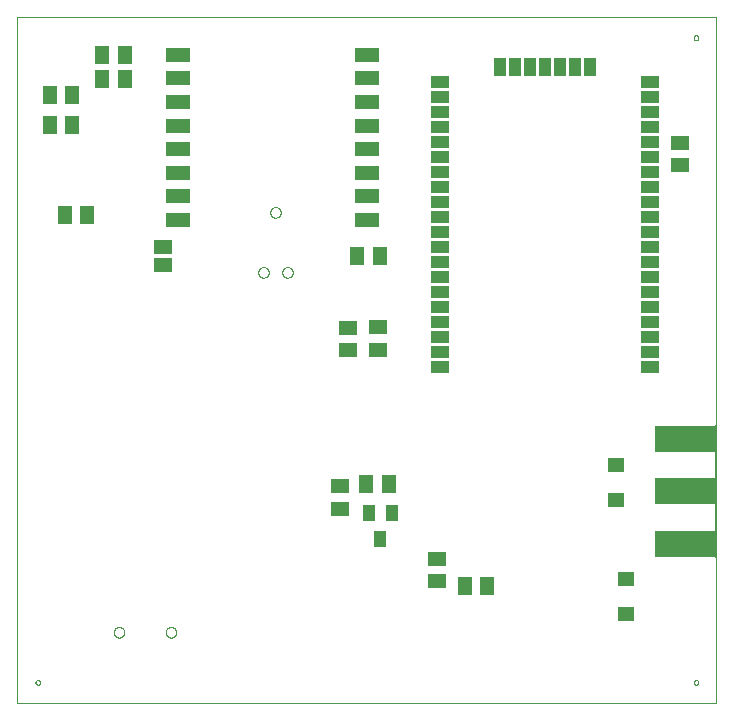
<source format=gbp>
G04 EAGLE Gerber X2 export*
G75*
%MOMM*%
%FSLAX34Y34*%
%LPD*%
%AMOC8*
5,1,8,0,0,1.08239X$1,22.5*%
G01*
%ADD10C,0.000000*%
%ADD11R,1.400000X1.200000*%
%ADD12R,1.600000X1.300000*%
%ADD13R,1.500000X1.300000*%
%ADD14R,1.300000X1.500000*%
%ADD15R,2.000000X1.270000*%
%ADD16R,1.600200X1.168400*%
%ADD17R,1.524000X1.016000*%
%ADD18R,1.016000X1.524000*%
%ADD19R,5.080000X2.286000*%
%ADD20R,1.000000X1.400000*%


D10*
X0Y0D02*
X591820Y0D01*
X591820Y580390D01*
X0Y580390D01*
X0Y0D01*
X572516Y17272D02*
X572518Y17362D01*
X572524Y17452D01*
X572534Y17541D01*
X572548Y17630D01*
X572566Y17718D01*
X572587Y17805D01*
X572613Y17891D01*
X572642Y17976D01*
X572675Y18060D01*
X572712Y18142D01*
X572752Y18222D01*
X572796Y18301D01*
X572843Y18377D01*
X572894Y18452D01*
X572947Y18524D01*
X573004Y18593D01*
X573064Y18660D01*
X573127Y18725D01*
X573193Y18786D01*
X573261Y18845D01*
X573332Y18900D01*
X573405Y18952D01*
X573481Y19001D01*
X573558Y19047D01*
X573638Y19089D01*
X573719Y19127D01*
X573802Y19162D01*
X573886Y19193D01*
X573972Y19221D01*
X574058Y19244D01*
X574146Y19264D01*
X574235Y19280D01*
X574324Y19292D01*
X574413Y19300D01*
X574503Y19304D01*
X574593Y19304D01*
X574683Y19300D01*
X574772Y19292D01*
X574861Y19280D01*
X574950Y19264D01*
X575038Y19244D01*
X575124Y19221D01*
X575210Y19193D01*
X575294Y19162D01*
X575377Y19127D01*
X575458Y19089D01*
X575538Y19047D01*
X575615Y19001D01*
X575691Y18952D01*
X575764Y18900D01*
X575835Y18845D01*
X575903Y18786D01*
X575969Y18725D01*
X576032Y18660D01*
X576092Y18593D01*
X576149Y18524D01*
X576202Y18452D01*
X576253Y18377D01*
X576300Y18301D01*
X576344Y18222D01*
X576384Y18142D01*
X576421Y18060D01*
X576454Y17976D01*
X576483Y17891D01*
X576509Y17805D01*
X576530Y17718D01*
X576548Y17630D01*
X576562Y17541D01*
X576572Y17452D01*
X576578Y17362D01*
X576580Y17272D01*
X576578Y17182D01*
X576572Y17092D01*
X576562Y17003D01*
X576548Y16914D01*
X576530Y16826D01*
X576509Y16739D01*
X576483Y16653D01*
X576454Y16568D01*
X576421Y16484D01*
X576384Y16402D01*
X576344Y16322D01*
X576300Y16243D01*
X576253Y16167D01*
X576202Y16092D01*
X576149Y16020D01*
X576092Y15951D01*
X576032Y15884D01*
X575969Y15819D01*
X575903Y15758D01*
X575835Y15699D01*
X575764Y15644D01*
X575691Y15592D01*
X575615Y15543D01*
X575538Y15497D01*
X575458Y15455D01*
X575377Y15417D01*
X575294Y15382D01*
X575210Y15351D01*
X575124Y15323D01*
X575038Y15300D01*
X574950Y15280D01*
X574861Y15264D01*
X574772Y15252D01*
X574683Y15244D01*
X574593Y15240D01*
X574503Y15240D01*
X574413Y15244D01*
X574324Y15252D01*
X574235Y15264D01*
X574146Y15280D01*
X574058Y15300D01*
X573972Y15323D01*
X573886Y15351D01*
X573802Y15382D01*
X573719Y15417D01*
X573638Y15455D01*
X573558Y15497D01*
X573481Y15543D01*
X573405Y15592D01*
X573332Y15644D01*
X573261Y15699D01*
X573193Y15758D01*
X573127Y15819D01*
X573064Y15884D01*
X573004Y15951D01*
X572947Y16020D01*
X572894Y16092D01*
X572843Y16167D01*
X572796Y16243D01*
X572752Y16322D01*
X572712Y16402D01*
X572675Y16484D01*
X572642Y16568D01*
X572613Y16653D01*
X572587Y16739D01*
X572566Y16826D01*
X572548Y16914D01*
X572534Y17003D01*
X572524Y17092D01*
X572518Y17182D01*
X572516Y17272D01*
X15240Y17272D02*
X15242Y17362D01*
X15248Y17452D01*
X15258Y17541D01*
X15272Y17630D01*
X15290Y17718D01*
X15311Y17805D01*
X15337Y17891D01*
X15366Y17976D01*
X15399Y18060D01*
X15436Y18142D01*
X15476Y18222D01*
X15520Y18301D01*
X15567Y18377D01*
X15618Y18452D01*
X15671Y18524D01*
X15728Y18593D01*
X15788Y18660D01*
X15851Y18725D01*
X15917Y18786D01*
X15985Y18845D01*
X16056Y18900D01*
X16129Y18952D01*
X16205Y19001D01*
X16282Y19047D01*
X16362Y19089D01*
X16443Y19127D01*
X16526Y19162D01*
X16610Y19193D01*
X16696Y19221D01*
X16782Y19244D01*
X16870Y19264D01*
X16959Y19280D01*
X17048Y19292D01*
X17137Y19300D01*
X17227Y19304D01*
X17317Y19304D01*
X17407Y19300D01*
X17496Y19292D01*
X17585Y19280D01*
X17674Y19264D01*
X17762Y19244D01*
X17848Y19221D01*
X17934Y19193D01*
X18018Y19162D01*
X18101Y19127D01*
X18182Y19089D01*
X18262Y19047D01*
X18339Y19001D01*
X18415Y18952D01*
X18488Y18900D01*
X18559Y18845D01*
X18627Y18786D01*
X18693Y18725D01*
X18756Y18660D01*
X18816Y18593D01*
X18873Y18524D01*
X18926Y18452D01*
X18977Y18377D01*
X19024Y18301D01*
X19068Y18222D01*
X19108Y18142D01*
X19145Y18060D01*
X19178Y17976D01*
X19207Y17891D01*
X19233Y17805D01*
X19254Y17718D01*
X19272Y17630D01*
X19286Y17541D01*
X19296Y17452D01*
X19302Y17362D01*
X19304Y17272D01*
X19302Y17182D01*
X19296Y17092D01*
X19286Y17003D01*
X19272Y16914D01*
X19254Y16826D01*
X19233Y16739D01*
X19207Y16653D01*
X19178Y16568D01*
X19145Y16484D01*
X19108Y16402D01*
X19068Y16322D01*
X19024Y16243D01*
X18977Y16167D01*
X18926Y16092D01*
X18873Y16020D01*
X18816Y15951D01*
X18756Y15884D01*
X18693Y15819D01*
X18627Y15758D01*
X18559Y15699D01*
X18488Y15644D01*
X18415Y15592D01*
X18339Y15543D01*
X18262Y15497D01*
X18182Y15455D01*
X18101Y15417D01*
X18018Y15382D01*
X17934Y15351D01*
X17848Y15323D01*
X17762Y15300D01*
X17674Y15280D01*
X17585Y15264D01*
X17496Y15252D01*
X17407Y15244D01*
X17317Y15240D01*
X17227Y15240D01*
X17137Y15244D01*
X17048Y15252D01*
X16959Y15264D01*
X16870Y15280D01*
X16782Y15300D01*
X16696Y15323D01*
X16610Y15351D01*
X16526Y15382D01*
X16443Y15417D01*
X16362Y15455D01*
X16282Y15497D01*
X16205Y15543D01*
X16129Y15592D01*
X16056Y15644D01*
X15985Y15699D01*
X15917Y15758D01*
X15851Y15819D01*
X15788Y15884D01*
X15728Y15951D01*
X15671Y16020D01*
X15618Y16092D01*
X15567Y16167D01*
X15520Y16243D01*
X15476Y16322D01*
X15436Y16402D01*
X15399Y16484D01*
X15366Y16568D01*
X15337Y16653D01*
X15311Y16739D01*
X15290Y16826D01*
X15272Y16914D01*
X15258Y17003D01*
X15248Y17092D01*
X15242Y17182D01*
X15240Y17272D01*
X572516Y563118D02*
X572518Y563208D01*
X572524Y563298D01*
X572534Y563387D01*
X572548Y563476D01*
X572566Y563564D01*
X572587Y563651D01*
X572613Y563737D01*
X572642Y563822D01*
X572675Y563906D01*
X572712Y563988D01*
X572752Y564068D01*
X572796Y564147D01*
X572843Y564223D01*
X572894Y564298D01*
X572947Y564370D01*
X573004Y564439D01*
X573064Y564506D01*
X573127Y564571D01*
X573193Y564632D01*
X573261Y564691D01*
X573332Y564746D01*
X573405Y564798D01*
X573481Y564847D01*
X573558Y564893D01*
X573638Y564935D01*
X573719Y564973D01*
X573802Y565008D01*
X573886Y565039D01*
X573972Y565067D01*
X574058Y565090D01*
X574146Y565110D01*
X574235Y565126D01*
X574324Y565138D01*
X574413Y565146D01*
X574503Y565150D01*
X574593Y565150D01*
X574683Y565146D01*
X574772Y565138D01*
X574861Y565126D01*
X574950Y565110D01*
X575038Y565090D01*
X575124Y565067D01*
X575210Y565039D01*
X575294Y565008D01*
X575377Y564973D01*
X575458Y564935D01*
X575538Y564893D01*
X575615Y564847D01*
X575691Y564798D01*
X575764Y564746D01*
X575835Y564691D01*
X575903Y564632D01*
X575969Y564571D01*
X576032Y564506D01*
X576092Y564439D01*
X576149Y564370D01*
X576202Y564298D01*
X576253Y564223D01*
X576300Y564147D01*
X576344Y564068D01*
X576384Y563988D01*
X576421Y563906D01*
X576454Y563822D01*
X576483Y563737D01*
X576509Y563651D01*
X576530Y563564D01*
X576548Y563476D01*
X576562Y563387D01*
X576572Y563298D01*
X576578Y563208D01*
X576580Y563118D01*
X576578Y563028D01*
X576572Y562938D01*
X576562Y562849D01*
X576548Y562760D01*
X576530Y562672D01*
X576509Y562585D01*
X576483Y562499D01*
X576454Y562414D01*
X576421Y562330D01*
X576384Y562248D01*
X576344Y562168D01*
X576300Y562089D01*
X576253Y562013D01*
X576202Y561938D01*
X576149Y561866D01*
X576092Y561797D01*
X576032Y561730D01*
X575969Y561665D01*
X575903Y561604D01*
X575835Y561545D01*
X575764Y561490D01*
X575691Y561438D01*
X575615Y561389D01*
X575538Y561343D01*
X575458Y561301D01*
X575377Y561263D01*
X575294Y561228D01*
X575210Y561197D01*
X575124Y561169D01*
X575038Y561146D01*
X574950Y561126D01*
X574861Y561110D01*
X574772Y561098D01*
X574683Y561090D01*
X574593Y561086D01*
X574503Y561086D01*
X574413Y561090D01*
X574324Y561098D01*
X574235Y561110D01*
X574146Y561126D01*
X574058Y561146D01*
X573972Y561169D01*
X573886Y561197D01*
X573802Y561228D01*
X573719Y561263D01*
X573638Y561301D01*
X573558Y561343D01*
X573481Y561389D01*
X573405Y561438D01*
X573332Y561490D01*
X573261Y561545D01*
X573193Y561604D01*
X573127Y561665D01*
X573064Y561730D01*
X573004Y561797D01*
X572947Y561866D01*
X572894Y561938D01*
X572843Y562013D01*
X572796Y562089D01*
X572752Y562168D01*
X572712Y562248D01*
X572675Y562330D01*
X572642Y562414D01*
X572613Y562499D01*
X572587Y562585D01*
X572566Y562672D01*
X572548Y562760D01*
X572534Y562849D01*
X572524Y562938D01*
X572518Y563028D01*
X572516Y563118D01*
X213995Y415290D02*
X213997Y415423D01*
X214003Y415556D01*
X214013Y415688D01*
X214027Y415821D01*
X214045Y415952D01*
X214066Y416084D01*
X214092Y416214D01*
X214122Y416344D01*
X214155Y416473D01*
X214192Y416600D01*
X214234Y416727D01*
X214278Y416852D01*
X214327Y416976D01*
X214379Y417098D01*
X214435Y417219D01*
X214495Y417338D01*
X214558Y417455D01*
X214624Y417570D01*
X214694Y417683D01*
X214767Y417794D01*
X214844Y417903D01*
X214924Y418009D01*
X215007Y418113D01*
X215093Y418215D01*
X215182Y418313D01*
X215273Y418409D01*
X215368Y418503D01*
X215466Y418593D01*
X215566Y418681D01*
X215669Y418765D01*
X215774Y418847D01*
X215881Y418925D01*
X215991Y419000D01*
X216103Y419071D01*
X216218Y419139D01*
X216334Y419204D01*
X216452Y419266D01*
X216572Y419323D01*
X216693Y419377D01*
X216816Y419428D01*
X216941Y419474D01*
X217066Y419517D01*
X217194Y419557D01*
X217322Y419592D01*
X217451Y419624D01*
X217581Y419651D01*
X217712Y419675D01*
X217843Y419695D01*
X217975Y419711D01*
X218108Y419723D01*
X218241Y419731D01*
X218374Y419735D01*
X218506Y419735D01*
X218639Y419731D01*
X218772Y419723D01*
X218905Y419711D01*
X219037Y419695D01*
X219168Y419675D01*
X219299Y419651D01*
X219429Y419624D01*
X219558Y419592D01*
X219686Y419557D01*
X219814Y419517D01*
X219939Y419474D01*
X220064Y419428D01*
X220187Y419377D01*
X220308Y419323D01*
X220428Y419266D01*
X220546Y419204D01*
X220663Y419139D01*
X220777Y419071D01*
X220889Y419000D01*
X220999Y418925D01*
X221106Y418847D01*
X221211Y418765D01*
X221314Y418681D01*
X221414Y418593D01*
X221512Y418503D01*
X221607Y418409D01*
X221698Y418313D01*
X221787Y418215D01*
X221873Y418113D01*
X221956Y418009D01*
X222036Y417903D01*
X222113Y417794D01*
X222186Y417683D01*
X222256Y417570D01*
X222322Y417455D01*
X222385Y417338D01*
X222445Y417219D01*
X222501Y417098D01*
X222553Y416976D01*
X222602Y416852D01*
X222646Y416727D01*
X222688Y416600D01*
X222725Y416473D01*
X222758Y416344D01*
X222788Y416214D01*
X222814Y416084D01*
X222835Y415952D01*
X222853Y415821D01*
X222867Y415688D01*
X222877Y415556D01*
X222883Y415423D01*
X222885Y415290D01*
X222883Y415157D01*
X222877Y415024D01*
X222867Y414892D01*
X222853Y414759D01*
X222835Y414628D01*
X222814Y414496D01*
X222788Y414366D01*
X222758Y414236D01*
X222725Y414107D01*
X222688Y413980D01*
X222646Y413853D01*
X222602Y413728D01*
X222553Y413604D01*
X222501Y413482D01*
X222445Y413361D01*
X222385Y413242D01*
X222322Y413125D01*
X222256Y413010D01*
X222186Y412897D01*
X222113Y412786D01*
X222036Y412677D01*
X221956Y412571D01*
X221873Y412467D01*
X221787Y412365D01*
X221698Y412267D01*
X221607Y412171D01*
X221512Y412077D01*
X221414Y411987D01*
X221314Y411899D01*
X221211Y411815D01*
X221106Y411733D01*
X220999Y411655D01*
X220889Y411580D01*
X220777Y411509D01*
X220662Y411441D01*
X220546Y411376D01*
X220428Y411314D01*
X220308Y411257D01*
X220187Y411203D01*
X220064Y411152D01*
X219939Y411106D01*
X219814Y411063D01*
X219686Y411023D01*
X219558Y410988D01*
X219429Y410956D01*
X219299Y410929D01*
X219168Y410905D01*
X219037Y410885D01*
X218905Y410869D01*
X218772Y410857D01*
X218639Y410849D01*
X218506Y410845D01*
X218374Y410845D01*
X218241Y410849D01*
X218108Y410857D01*
X217975Y410869D01*
X217843Y410885D01*
X217712Y410905D01*
X217581Y410929D01*
X217451Y410956D01*
X217322Y410988D01*
X217194Y411023D01*
X217066Y411063D01*
X216941Y411106D01*
X216816Y411152D01*
X216693Y411203D01*
X216572Y411257D01*
X216452Y411314D01*
X216334Y411376D01*
X216217Y411441D01*
X216103Y411509D01*
X215991Y411580D01*
X215881Y411655D01*
X215774Y411733D01*
X215669Y411815D01*
X215566Y411899D01*
X215466Y411987D01*
X215368Y412077D01*
X215273Y412171D01*
X215182Y412267D01*
X215093Y412365D01*
X215007Y412467D01*
X214924Y412571D01*
X214844Y412677D01*
X214767Y412786D01*
X214694Y412897D01*
X214624Y413010D01*
X214558Y413125D01*
X214495Y413242D01*
X214435Y413361D01*
X214379Y413482D01*
X214327Y413604D01*
X214278Y413728D01*
X214234Y413853D01*
X214192Y413980D01*
X214155Y414107D01*
X214122Y414236D01*
X214092Y414366D01*
X214066Y414496D01*
X214045Y414628D01*
X214027Y414759D01*
X214013Y414892D01*
X214003Y415024D01*
X213997Y415157D01*
X213995Y415290D01*
X203835Y364490D02*
X203837Y364623D01*
X203843Y364756D01*
X203853Y364888D01*
X203867Y365021D01*
X203885Y365152D01*
X203906Y365284D01*
X203932Y365414D01*
X203962Y365544D01*
X203995Y365673D01*
X204032Y365800D01*
X204074Y365927D01*
X204118Y366052D01*
X204167Y366176D01*
X204219Y366298D01*
X204275Y366419D01*
X204335Y366538D01*
X204398Y366655D01*
X204464Y366770D01*
X204534Y366883D01*
X204607Y366994D01*
X204684Y367103D01*
X204764Y367209D01*
X204847Y367313D01*
X204933Y367415D01*
X205022Y367513D01*
X205113Y367609D01*
X205208Y367703D01*
X205306Y367793D01*
X205406Y367881D01*
X205509Y367965D01*
X205614Y368047D01*
X205721Y368125D01*
X205831Y368200D01*
X205943Y368271D01*
X206058Y368339D01*
X206174Y368404D01*
X206292Y368466D01*
X206412Y368523D01*
X206533Y368577D01*
X206656Y368628D01*
X206781Y368674D01*
X206906Y368717D01*
X207034Y368757D01*
X207162Y368792D01*
X207291Y368824D01*
X207421Y368851D01*
X207552Y368875D01*
X207683Y368895D01*
X207815Y368911D01*
X207948Y368923D01*
X208081Y368931D01*
X208214Y368935D01*
X208346Y368935D01*
X208479Y368931D01*
X208612Y368923D01*
X208745Y368911D01*
X208877Y368895D01*
X209008Y368875D01*
X209139Y368851D01*
X209269Y368824D01*
X209398Y368792D01*
X209526Y368757D01*
X209654Y368717D01*
X209779Y368674D01*
X209904Y368628D01*
X210027Y368577D01*
X210148Y368523D01*
X210268Y368466D01*
X210386Y368404D01*
X210503Y368339D01*
X210617Y368271D01*
X210729Y368200D01*
X210839Y368125D01*
X210946Y368047D01*
X211051Y367965D01*
X211154Y367881D01*
X211254Y367793D01*
X211352Y367703D01*
X211447Y367609D01*
X211538Y367513D01*
X211627Y367415D01*
X211713Y367313D01*
X211796Y367209D01*
X211876Y367103D01*
X211953Y366994D01*
X212026Y366883D01*
X212096Y366770D01*
X212162Y366655D01*
X212225Y366538D01*
X212285Y366419D01*
X212341Y366298D01*
X212393Y366176D01*
X212442Y366052D01*
X212486Y365927D01*
X212528Y365800D01*
X212565Y365673D01*
X212598Y365544D01*
X212628Y365414D01*
X212654Y365284D01*
X212675Y365152D01*
X212693Y365021D01*
X212707Y364888D01*
X212717Y364756D01*
X212723Y364623D01*
X212725Y364490D01*
X212723Y364357D01*
X212717Y364224D01*
X212707Y364092D01*
X212693Y363959D01*
X212675Y363828D01*
X212654Y363696D01*
X212628Y363566D01*
X212598Y363436D01*
X212565Y363307D01*
X212528Y363180D01*
X212486Y363053D01*
X212442Y362928D01*
X212393Y362804D01*
X212341Y362682D01*
X212285Y362561D01*
X212225Y362442D01*
X212162Y362325D01*
X212096Y362210D01*
X212026Y362097D01*
X211953Y361986D01*
X211876Y361877D01*
X211796Y361771D01*
X211713Y361667D01*
X211627Y361565D01*
X211538Y361467D01*
X211447Y361371D01*
X211352Y361277D01*
X211254Y361187D01*
X211154Y361099D01*
X211051Y361015D01*
X210946Y360933D01*
X210839Y360855D01*
X210729Y360780D01*
X210617Y360709D01*
X210502Y360641D01*
X210386Y360576D01*
X210268Y360514D01*
X210148Y360457D01*
X210027Y360403D01*
X209904Y360352D01*
X209779Y360306D01*
X209654Y360263D01*
X209526Y360223D01*
X209398Y360188D01*
X209269Y360156D01*
X209139Y360129D01*
X209008Y360105D01*
X208877Y360085D01*
X208745Y360069D01*
X208612Y360057D01*
X208479Y360049D01*
X208346Y360045D01*
X208214Y360045D01*
X208081Y360049D01*
X207948Y360057D01*
X207815Y360069D01*
X207683Y360085D01*
X207552Y360105D01*
X207421Y360129D01*
X207291Y360156D01*
X207162Y360188D01*
X207034Y360223D01*
X206906Y360263D01*
X206781Y360306D01*
X206656Y360352D01*
X206533Y360403D01*
X206412Y360457D01*
X206292Y360514D01*
X206174Y360576D01*
X206057Y360641D01*
X205943Y360709D01*
X205831Y360780D01*
X205721Y360855D01*
X205614Y360933D01*
X205509Y361015D01*
X205406Y361099D01*
X205306Y361187D01*
X205208Y361277D01*
X205113Y361371D01*
X205022Y361467D01*
X204933Y361565D01*
X204847Y361667D01*
X204764Y361771D01*
X204684Y361877D01*
X204607Y361986D01*
X204534Y362097D01*
X204464Y362210D01*
X204398Y362325D01*
X204335Y362442D01*
X204275Y362561D01*
X204219Y362682D01*
X204167Y362804D01*
X204118Y362928D01*
X204074Y363053D01*
X204032Y363180D01*
X203995Y363307D01*
X203962Y363436D01*
X203932Y363566D01*
X203906Y363696D01*
X203885Y363828D01*
X203867Y363959D01*
X203853Y364092D01*
X203843Y364224D01*
X203837Y364357D01*
X203835Y364490D01*
X224155Y364490D02*
X224157Y364623D01*
X224163Y364756D01*
X224173Y364888D01*
X224187Y365021D01*
X224205Y365152D01*
X224226Y365284D01*
X224252Y365414D01*
X224282Y365544D01*
X224315Y365673D01*
X224352Y365800D01*
X224394Y365927D01*
X224438Y366052D01*
X224487Y366176D01*
X224539Y366298D01*
X224595Y366419D01*
X224655Y366538D01*
X224718Y366655D01*
X224784Y366770D01*
X224854Y366883D01*
X224927Y366994D01*
X225004Y367103D01*
X225084Y367209D01*
X225167Y367313D01*
X225253Y367415D01*
X225342Y367513D01*
X225433Y367609D01*
X225528Y367703D01*
X225626Y367793D01*
X225726Y367881D01*
X225829Y367965D01*
X225934Y368047D01*
X226041Y368125D01*
X226151Y368200D01*
X226263Y368271D01*
X226378Y368339D01*
X226494Y368404D01*
X226612Y368466D01*
X226732Y368523D01*
X226853Y368577D01*
X226976Y368628D01*
X227101Y368674D01*
X227226Y368717D01*
X227354Y368757D01*
X227482Y368792D01*
X227611Y368824D01*
X227741Y368851D01*
X227872Y368875D01*
X228003Y368895D01*
X228135Y368911D01*
X228268Y368923D01*
X228401Y368931D01*
X228534Y368935D01*
X228666Y368935D01*
X228799Y368931D01*
X228932Y368923D01*
X229065Y368911D01*
X229197Y368895D01*
X229328Y368875D01*
X229459Y368851D01*
X229589Y368824D01*
X229718Y368792D01*
X229846Y368757D01*
X229974Y368717D01*
X230099Y368674D01*
X230224Y368628D01*
X230347Y368577D01*
X230468Y368523D01*
X230588Y368466D01*
X230706Y368404D01*
X230823Y368339D01*
X230937Y368271D01*
X231049Y368200D01*
X231159Y368125D01*
X231266Y368047D01*
X231371Y367965D01*
X231474Y367881D01*
X231574Y367793D01*
X231672Y367703D01*
X231767Y367609D01*
X231858Y367513D01*
X231947Y367415D01*
X232033Y367313D01*
X232116Y367209D01*
X232196Y367103D01*
X232273Y366994D01*
X232346Y366883D01*
X232416Y366770D01*
X232482Y366655D01*
X232545Y366538D01*
X232605Y366419D01*
X232661Y366298D01*
X232713Y366176D01*
X232762Y366052D01*
X232806Y365927D01*
X232848Y365800D01*
X232885Y365673D01*
X232918Y365544D01*
X232948Y365414D01*
X232974Y365284D01*
X232995Y365152D01*
X233013Y365021D01*
X233027Y364888D01*
X233037Y364756D01*
X233043Y364623D01*
X233045Y364490D01*
X233043Y364357D01*
X233037Y364224D01*
X233027Y364092D01*
X233013Y363959D01*
X232995Y363828D01*
X232974Y363696D01*
X232948Y363566D01*
X232918Y363436D01*
X232885Y363307D01*
X232848Y363180D01*
X232806Y363053D01*
X232762Y362928D01*
X232713Y362804D01*
X232661Y362682D01*
X232605Y362561D01*
X232545Y362442D01*
X232482Y362325D01*
X232416Y362210D01*
X232346Y362097D01*
X232273Y361986D01*
X232196Y361877D01*
X232116Y361771D01*
X232033Y361667D01*
X231947Y361565D01*
X231858Y361467D01*
X231767Y361371D01*
X231672Y361277D01*
X231574Y361187D01*
X231474Y361099D01*
X231371Y361015D01*
X231266Y360933D01*
X231159Y360855D01*
X231049Y360780D01*
X230937Y360709D01*
X230822Y360641D01*
X230706Y360576D01*
X230588Y360514D01*
X230468Y360457D01*
X230347Y360403D01*
X230224Y360352D01*
X230099Y360306D01*
X229974Y360263D01*
X229846Y360223D01*
X229718Y360188D01*
X229589Y360156D01*
X229459Y360129D01*
X229328Y360105D01*
X229197Y360085D01*
X229065Y360069D01*
X228932Y360057D01*
X228799Y360049D01*
X228666Y360045D01*
X228534Y360045D01*
X228401Y360049D01*
X228268Y360057D01*
X228135Y360069D01*
X228003Y360085D01*
X227872Y360105D01*
X227741Y360129D01*
X227611Y360156D01*
X227482Y360188D01*
X227354Y360223D01*
X227226Y360263D01*
X227101Y360306D01*
X226976Y360352D01*
X226853Y360403D01*
X226732Y360457D01*
X226612Y360514D01*
X226494Y360576D01*
X226377Y360641D01*
X226263Y360709D01*
X226151Y360780D01*
X226041Y360855D01*
X225934Y360933D01*
X225829Y361015D01*
X225726Y361099D01*
X225626Y361187D01*
X225528Y361277D01*
X225433Y361371D01*
X225342Y361467D01*
X225253Y361565D01*
X225167Y361667D01*
X225084Y361771D01*
X225004Y361877D01*
X224927Y361986D01*
X224854Y362097D01*
X224784Y362210D01*
X224718Y362325D01*
X224655Y362442D01*
X224595Y362561D01*
X224539Y362682D01*
X224487Y362804D01*
X224438Y362928D01*
X224394Y363053D01*
X224352Y363180D01*
X224315Y363307D01*
X224282Y363436D01*
X224252Y363566D01*
X224226Y363696D01*
X224205Y363828D01*
X224187Y363959D01*
X224173Y364092D01*
X224163Y364224D01*
X224157Y364357D01*
X224155Y364490D01*
D11*
X514858Y74916D03*
X514858Y104916D03*
X506984Y201436D03*
X506984Y171436D03*
D12*
X305054Y299110D03*
X305054Y318110D03*
D10*
X81450Y59690D02*
X81452Y59824D01*
X81458Y59958D01*
X81468Y60091D01*
X81482Y60225D01*
X81500Y60358D01*
X81522Y60490D01*
X81547Y60621D01*
X81577Y60752D01*
X81611Y60882D01*
X81648Y61010D01*
X81689Y61138D01*
X81734Y61264D01*
X81783Y61389D01*
X81835Y61512D01*
X81891Y61634D01*
X81951Y61754D01*
X82014Y61872D01*
X82081Y61988D01*
X82151Y62102D01*
X82225Y62214D01*
X82302Y62324D01*
X82382Y62432D01*
X82465Y62537D01*
X82551Y62639D01*
X82640Y62739D01*
X82733Y62836D01*
X82828Y62931D01*
X82926Y63022D01*
X83026Y63111D01*
X83129Y63196D01*
X83235Y63279D01*
X83343Y63358D01*
X83453Y63434D01*
X83566Y63507D01*
X83681Y63576D01*
X83797Y63642D01*
X83916Y63704D01*
X84036Y63763D01*
X84159Y63818D01*
X84282Y63870D01*
X84407Y63917D01*
X84534Y63961D01*
X84662Y64002D01*
X84791Y64038D01*
X84921Y64071D01*
X85052Y64099D01*
X85183Y64124D01*
X85316Y64145D01*
X85449Y64162D01*
X85582Y64175D01*
X85716Y64184D01*
X85850Y64189D01*
X85984Y64190D01*
X86117Y64187D01*
X86251Y64180D01*
X86385Y64169D01*
X86518Y64154D01*
X86651Y64135D01*
X86783Y64112D01*
X86914Y64086D01*
X87044Y64055D01*
X87174Y64020D01*
X87302Y63982D01*
X87429Y63940D01*
X87555Y63894D01*
X87680Y63844D01*
X87803Y63791D01*
X87924Y63734D01*
X88044Y63673D01*
X88161Y63609D01*
X88277Y63542D01*
X88391Y63471D01*
X88502Y63396D01*
X88611Y63319D01*
X88718Y63238D01*
X88823Y63154D01*
X88924Y63067D01*
X89024Y62977D01*
X89120Y62884D01*
X89214Y62788D01*
X89305Y62689D01*
X89392Y62588D01*
X89477Y62484D01*
X89559Y62378D01*
X89637Y62270D01*
X89712Y62159D01*
X89784Y62046D01*
X89853Y61930D01*
X89918Y61813D01*
X89979Y61694D01*
X90037Y61573D01*
X90091Y61451D01*
X90142Y61327D01*
X90189Y61201D01*
X90232Y61074D01*
X90271Y60946D01*
X90307Y60817D01*
X90338Y60687D01*
X90366Y60556D01*
X90390Y60424D01*
X90410Y60291D01*
X90426Y60158D01*
X90438Y60025D01*
X90446Y59891D01*
X90450Y59757D01*
X90450Y59623D01*
X90446Y59489D01*
X90438Y59355D01*
X90426Y59222D01*
X90410Y59089D01*
X90390Y58956D01*
X90366Y58824D01*
X90338Y58693D01*
X90307Y58563D01*
X90271Y58434D01*
X90232Y58306D01*
X90189Y58179D01*
X90142Y58053D01*
X90091Y57929D01*
X90037Y57807D01*
X89979Y57686D01*
X89918Y57567D01*
X89853Y57450D01*
X89784Y57334D01*
X89712Y57221D01*
X89637Y57110D01*
X89559Y57002D01*
X89477Y56896D01*
X89392Y56792D01*
X89305Y56691D01*
X89214Y56592D01*
X89120Y56496D01*
X89024Y56403D01*
X88924Y56313D01*
X88823Y56226D01*
X88718Y56142D01*
X88611Y56061D01*
X88502Y55984D01*
X88391Y55909D01*
X88277Y55838D01*
X88161Y55771D01*
X88044Y55707D01*
X87924Y55646D01*
X87803Y55589D01*
X87680Y55536D01*
X87555Y55486D01*
X87429Y55440D01*
X87302Y55398D01*
X87174Y55360D01*
X87044Y55325D01*
X86914Y55294D01*
X86783Y55268D01*
X86651Y55245D01*
X86518Y55226D01*
X86385Y55211D01*
X86251Y55200D01*
X86117Y55193D01*
X85984Y55190D01*
X85850Y55191D01*
X85716Y55196D01*
X85582Y55205D01*
X85449Y55218D01*
X85316Y55235D01*
X85183Y55256D01*
X85052Y55281D01*
X84921Y55309D01*
X84791Y55342D01*
X84662Y55378D01*
X84534Y55419D01*
X84407Y55463D01*
X84282Y55510D01*
X84159Y55562D01*
X84036Y55617D01*
X83916Y55676D01*
X83797Y55738D01*
X83681Y55804D01*
X83566Y55873D01*
X83453Y55946D01*
X83343Y56022D01*
X83235Y56101D01*
X83129Y56184D01*
X83026Y56269D01*
X82926Y56358D01*
X82828Y56449D01*
X82733Y56544D01*
X82640Y56641D01*
X82551Y56741D01*
X82465Y56843D01*
X82382Y56948D01*
X82302Y57056D01*
X82225Y57166D01*
X82151Y57278D01*
X82081Y57392D01*
X82014Y57508D01*
X81951Y57626D01*
X81891Y57746D01*
X81835Y57868D01*
X81783Y57991D01*
X81734Y58116D01*
X81689Y58242D01*
X81648Y58370D01*
X81611Y58498D01*
X81577Y58628D01*
X81547Y58759D01*
X81522Y58890D01*
X81500Y59022D01*
X81482Y59155D01*
X81468Y59289D01*
X81458Y59422D01*
X81452Y59556D01*
X81450Y59690D01*
X125450Y59690D02*
X125452Y59824D01*
X125458Y59958D01*
X125468Y60091D01*
X125482Y60225D01*
X125500Y60358D01*
X125522Y60490D01*
X125547Y60621D01*
X125577Y60752D01*
X125611Y60882D01*
X125648Y61010D01*
X125689Y61138D01*
X125734Y61264D01*
X125783Y61389D01*
X125835Y61512D01*
X125891Y61634D01*
X125951Y61754D01*
X126014Y61872D01*
X126081Y61988D01*
X126151Y62102D01*
X126225Y62214D01*
X126302Y62324D01*
X126382Y62432D01*
X126465Y62537D01*
X126551Y62639D01*
X126640Y62739D01*
X126733Y62836D01*
X126828Y62931D01*
X126926Y63022D01*
X127026Y63111D01*
X127129Y63196D01*
X127235Y63279D01*
X127343Y63358D01*
X127453Y63434D01*
X127566Y63507D01*
X127681Y63576D01*
X127797Y63642D01*
X127916Y63704D01*
X128036Y63763D01*
X128159Y63818D01*
X128282Y63870D01*
X128407Y63917D01*
X128534Y63961D01*
X128662Y64002D01*
X128791Y64038D01*
X128921Y64071D01*
X129052Y64099D01*
X129183Y64124D01*
X129316Y64145D01*
X129449Y64162D01*
X129582Y64175D01*
X129716Y64184D01*
X129850Y64189D01*
X129984Y64190D01*
X130117Y64187D01*
X130251Y64180D01*
X130385Y64169D01*
X130518Y64154D01*
X130651Y64135D01*
X130783Y64112D01*
X130914Y64086D01*
X131044Y64055D01*
X131174Y64020D01*
X131302Y63982D01*
X131429Y63940D01*
X131555Y63894D01*
X131680Y63844D01*
X131803Y63791D01*
X131924Y63734D01*
X132044Y63673D01*
X132161Y63609D01*
X132277Y63542D01*
X132391Y63471D01*
X132502Y63396D01*
X132611Y63319D01*
X132718Y63238D01*
X132823Y63154D01*
X132924Y63067D01*
X133024Y62977D01*
X133120Y62884D01*
X133214Y62788D01*
X133305Y62689D01*
X133392Y62588D01*
X133477Y62484D01*
X133559Y62378D01*
X133637Y62270D01*
X133712Y62159D01*
X133784Y62046D01*
X133853Y61930D01*
X133918Y61813D01*
X133979Y61694D01*
X134037Y61573D01*
X134091Y61451D01*
X134142Y61327D01*
X134189Y61201D01*
X134232Y61074D01*
X134271Y60946D01*
X134307Y60817D01*
X134338Y60687D01*
X134366Y60556D01*
X134390Y60424D01*
X134410Y60291D01*
X134426Y60158D01*
X134438Y60025D01*
X134446Y59891D01*
X134450Y59757D01*
X134450Y59623D01*
X134446Y59489D01*
X134438Y59355D01*
X134426Y59222D01*
X134410Y59089D01*
X134390Y58956D01*
X134366Y58824D01*
X134338Y58693D01*
X134307Y58563D01*
X134271Y58434D01*
X134232Y58306D01*
X134189Y58179D01*
X134142Y58053D01*
X134091Y57929D01*
X134037Y57807D01*
X133979Y57686D01*
X133918Y57567D01*
X133853Y57450D01*
X133784Y57334D01*
X133712Y57221D01*
X133637Y57110D01*
X133559Y57002D01*
X133477Y56896D01*
X133392Y56792D01*
X133305Y56691D01*
X133214Y56592D01*
X133120Y56496D01*
X133024Y56403D01*
X132924Y56313D01*
X132823Y56226D01*
X132718Y56142D01*
X132611Y56061D01*
X132502Y55984D01*
X132391Y55909D01*
X132277Y55838D01*
X132161Y55771D01*
X132044Y55707D01*
X131924Y55646D01*
X131803Y55589D01*
X131680Y55536D01*
X131555Y55486D01*
X131429Y55440D01*
X131302Y55398D01*
X131174Y55360D01*
X131044Y55325D01*
X130914Y55294D01*
X130783Y55268D01*
X130651Y55245D01*
X130518Y55226D01*
X130385Y55211D01*
X130251Y55200D01*
X130117Y55193D01*
X129984Y55190D01*
X129850Y55191D01*
X129716Y55196D01*
X129582Y55205D01*
X129449Y55218D01*
X129316Y55235D01*
X129183Y55256D01*
X129052Y55281D01*
X128921Y55309D01*
X128791Y55342D01*
X128662Y55378D01*
X128534Y55419D01*
X128407Y55463D01*
X128282Y55510D01*
X128159Y55562D01*
X128036Y55617D01*
X127916Y55676D01*
X127797Y55738D01*
X127681Y55804D01*
X127566Y55873D01*
X127453Y55946D01*
X127343Y56022D01*
X127235Y56101D01*
X127129Y56184D01*
X127026Y56269D01*
X126926Y56358D01*
X126828Y56449D01*
X126733Y56544D01*
X126640Y56641D01*
X126551Y56741D01*
X126465Y56843D01*
X126382Y56948D01*
X126302Y57056D01*
X126225Y57166D01*
X126151Y57278D01*
X126081Y57392D01*
X126014Y57508D01*
X125951Y57626D01*
X125891Y57746D01*
X125835Y57868D01*
X125783Y57991D01*
X125734Y58116D01*
X125689Y58242D01*
X125648Y58370D01*
X125611Y58498D01*
X125577Y58628D01*
X125547Y58759D01*
X125522Y58890D01*
X125500Y59022D01*
X125482Y59155D01*
X125468Y59289D01*
X125458Y59422D01*
X125452Y59556D01*
X125450Y59690D01*
D13*
X279908Y298602D03*
X279908Y317602D03*
D14*
X378612Y99060D03*
X397612Y99060D03*
D13*
X355092Y121768D03*
X355092Y102768D03*
D14*
X27330Y488950D03*
X46330Y488950D03*
X71780Y528320D03*
X90780Y528320D03*
X27330Y514350D03*
X46330Y514350D03*
X90780Y548640D03*
X71780Y548640D03*
D15*
X135900Y408790D03*
X135900Y428790D03*
X135900Y448790D03*
X135900Y468790D03*
X135900Y488790D03*
X135900Y508790D03*
X135900Y528790D03*
X135900Y548790D03*
X295900Y548790D03*
X295900Y528790D03*
X295900Y508790D03*
X295900Y488790D03*
X295900Y468790D03*
X295900Y448790D03*
X295900Y428790D03*
X295900Y408790D03*
D16*
X123190Y386080D03*
X123190Y370840D03*
D13*
X560578Y455320D03*
X560578Y474320D03*
D17*
X358140Y284480D03*
X358140Y347980D03*
X358140Y360680D03*
X358140Y373380D03*
X358140Y411480D03*
X358140Y424180D03*
X358140Y525780D03*
D18*
X408940Y538480D03*
X421640Y538480D03*
X434340Y538480D03*
X447040Y538480D03*
X459740Y538480D03*
X472440Y538480D03*
X485140Y538480D03*
D17*
X535940Y525780D03*
X535940Y474980D03*
X535940Y462280D03*
X535940Y449580D03*
X535940Y360680D03*
X535940Y284480D03*
X358140Y297180D03*
X358140Y309880D03*
X358140Y386080D03*
X358140Y398780D03*
X358140Y436880D03*
X358140Y449580D03*
X535940Y436880D03*
X535940Y424180D03*
X535940Y411480D03*
X535940Y398780D03*
X535940Y386080D03*
X535940Y373380D03*
X535940Y335280D03*
X535940Y322580D03*
X535940Y309880D03*
X535940Y297180D03*
X535940Y487680D03*
X535940Y500380D03*
X535940Y513080D03*
X358140Y513080D03*
X358140Y500380D03*
X358140Y487680D03*
X358140Y474980D03*
X358140Y462280D03*
X358140Y335280D03*
X358140Y322580D03*
X535940Y347980D03*
D10*
X590550Y234950D02*
X590550Y123190D01*
D19*
X564896Y179070D03*
X564896Y223266D03*
X564896Y134874D03*
D14*
X59030Y412750D03*
X40030Y412750D03*
X287680Y378460D03*
X306680Y378460D03*
D20*
X297840Y160860D03*
X316840Y160860D03*
X307340Y138860D03*
D13*
X273050Y183490D03*
X273050Y164490D03*
D14*
X295300Y185420D03*
X314300Y185420D03*
M02*

</source>
